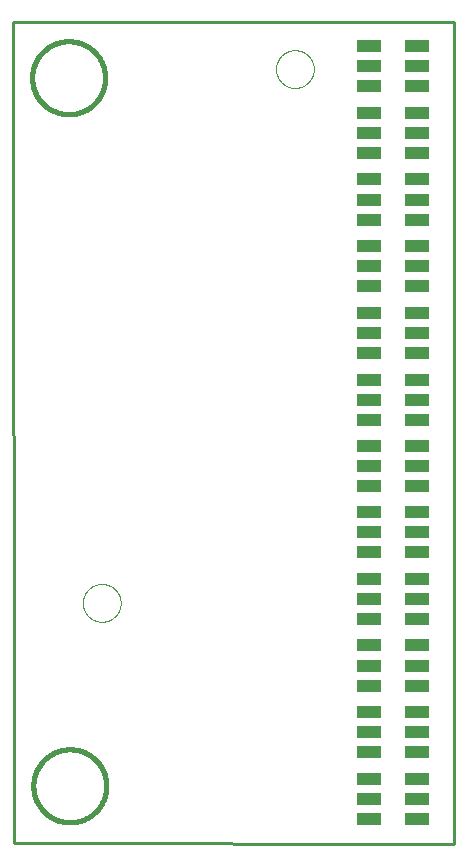
<source format=gbp>
G75*
%MOIN*%
%OFA0B0*%
%FSLAX25Y25*%
%IPPOS*%
%LPD*%
%AMOC8*
5,1,8,0,0,1.08239X$1,22.5*
%
%ADD10C,0.01000*%
%ADD11C,0.00000*%
%ADD12C,0.01600*%
%ADD13R,0.07874X0.04331*%
D10*
X0110444Y0004527D02*
X0257294Y0004330D01*
X0257098Y0278346D01*
X0110050Y0278346D01*
X0110444Y0004527D01*
D11*
X0133476Y0084645D02*
X0133478Y0084803D01*
X0133484Y0084961D01*
X0133494Y0085119D01*
X0133508Y0085277D01*
X0133526Y0085434D01*
X0133547Y0085591D01*
X0133573Y0085747D01*
X0133603Y0085903D01*
X0133636Y0086058D01*
X0133674Y0086211D01*
X0133715Y0086364D01*
X0133760Y0086516D01*
X0133809Y0086667D01*
X0133862Y0086816D01*
X0133918Y0086964D01*
X0133978Y0087110D01*
X0134042Y0087255D01*
X0134110Y0087398D01*
X0134181Y0087540D01*
X0134255Y0087680D01*
X0134333Y0087817D01*
X0134415Y0087953D01*
X0134499Y0088087D01*
X0134588Y0088218D01*
X0134679Y0088347D01*
X0134774Y0088474D01*
X0134871Y0088599D01*
X0134972Y0088721D01*
X0135076Y0088840D01*
X0135183Y0088957D01*
X0135293Y0089071D01*
X0135406Y0089182D01*
X0135521Y0089291D01*
X0135639Y0089396D01*
X0135760Y0089498D01*
X0135883Y0089598D01*
X0136009Y0089694D01*
X0136137Y0089787D01*
X0136267Y0089877D01*
X0136400Y0089963D01*
X0136535Y0090047D01*
X0136671Y0090126D01*
X0136810Y0090203D01*
X0136951Y0090275D01*
X0137093Y0090345D01*
X0137237Y0090410D01*
X0137383Y0090472D01*
X0137530Y0090530D01*
X0137679Y0090585D01*
X0137829Y0090636D01*
X0137980Y0090683D01*
X0138132Y0090726D01*
X0138285Y0090765D01*
X0138440Y0090801D01*
X0138595Y0090832D01*
X0138751Y0090860D01*
X0138907Y0090884D01*
X0139064Y0090904D01*
X0139222Y0090920D01*
X0139379Y0090932D01*
X0139538Y0090940D01*
X0139696Y0090944D01*
X0139854Y0090944D01*
X0140012Y0090940D01*
X0140171Y0090932D01*
X0140328Y0090920D01*
X0140486Y0090904D01*
X0140643Y0090884D01*
X0140799Y0090860D01*
X0140955Y0090832D01*
X0141110Y0090801D01*
X0141265Y0090765D01*
X0141418Y0090726D01*
X0141570Y0090683D01*
X0141721Y0090636D01*
X0141871Y0090585D01*
X0142020Y0090530D01*
X0142167Y0090472D01*
X0142313Y0090410D01*
X0142457Y0090345D01*
X0142599Y0090275D01*
X0142740Y0090203D01*
X0142879Y0090126D01*
X0143015Y0090047D01*
X0143150Y0089963D01*
X0143283Y0089877D01*
X0143413Y0089787D01*
X0143541Y0089694D01*
X0143667Y0089598D01*
X0143790Y0089498D01*
X0143911Y0089396D01*
X0144029Y0089291D01*
X0144144Y0089182D01*
X0144257Y0089071D01*
X0144367Y0088957D01*
X0144474Y0088840D01*
X0144578Y0088721D01*
X0144679Y0088599D01*
X0144776Y0088474D01*
X0144871Y0088347D01*
X0144962Y0088218D01*
X0145051Y0088087D01*
X0145135Y0087953D01*
X0145217Y0087817D01*
X0145295Y0087680D01*
X0145369Y0087540D01*
X0145440Y0087398D01*
X0145508Y0087255D01*
X0145572Y0087110D01*
X0145632Y0086964D01*
X0145688Y0086816D01*
X0145741Y0086667D01*
X0145790Y0086516D01*
X0145835Y0086364D01*
X0145876Y0086211D01*
X0145914Y0086058D01*
X0145947Y0085903D01*
X0145977Y0085747D01*
X0146003Y0085591D01*
X0146024Y0085434D01*
X0146042Y0085277D01*
X0146056Y0085119D01*
X0146066Y0084961D01*
X0146072Y0084803D01*
X0146074Y0084645D01*
X0146072Y0084487D01*
X0146066Y0084329D01*
X0146056Y0084171D01*
X0146042Y0084013D01*
X0146024Y0083856D01*
X0146003Y0083699D01*
X0145977Y0083543D01*
X0145947Y0083387D01*
X0145914Y0083232D01*
X0145876Y0083079D01*
X0145835Y0082926D01*
X0145790Y0082774D01*
X0145741Y0082623D01*
X0145688Y0082474D01*
X0145632Y0082326D01*
X0145572Y0082180D01*
X0145508Y0082035D01*
X0145440Y0081892D01*
X0145369Y0081750D01*
X0145295Y0081610D01*
X0145217Y0081473D01*
X0145135Y0081337D01*
X0145051Y0081203D01*
X0144962Y0081072D01*
X0144871Y0080943D01*
X0144776Y0080816D01*
X0144679Y0080691D01*
X0144578Y0080569D01*
X0144474Y0080450D01*
X0144367Y0080333D01*
X0144257Y0080219D01*
X0144144Y0080108D01*
X0144029Y0079999D01*
X0143911Y0079894D01*
X0143790Y0079792D01*
X0143667Y0079692D01*
X0143541Y0079596D01*
X0143413Y0079503D01*
X0143283Y0079413D01*
X0143150Y0079327D01*
X0143015Y0079243D01*
X0142879Y0079164D01*
X0142740Y0079087D01*
X0142599Y0079015D01*
X0142457Y0078945D01*
X0142313Y0078880D01*
X0142167Y0078818D01*
X0142020Y0078760D01*
X0141871Y0078705D01*
X0141721Y0078654D01*
X0141570Y0078607D01*
X0141418Y0078564D01*
X0141265Y0078525D01*
X0141110Y0078489D01*
X0140955Y0078458D01*
X0140799Y0078430D01*
X0140643Y0078406D01*
X0140486Y0078386D01*
X0140328Y0078370D01*
X0140171Y0078358D01*
X0140012Y0078350D01*
X0139854Y0078346D01*
X0139696Y0078346D01*
X0139538Y0078350D01*
X0139379Y0078358D01*
X0139222Y0078370D01*
X0139064Y0078386D01*
X0138907Y0078406D01*
X0138751Y0078430D01*
X0138595Y0078458D01*
X0138440Y0078489D01*
X0138285Y0078525D01*
X0138132Y0078564D01*
X0137980Y0078607D01*
X0137829Y0078654D01*
X0137679Y0078705D01*
X0137530Y0078760D01*
X0137383Y0078818D01*
X0137237Y0078880D01*
X0137093Y0078945D01*
X0136951Y0079015D01*
X0136810Y0079087D01*
X0136671Y0079164D01*
X0136535Y0079243D01*
X0136400Y0079327D01*
X0136267Y0079413D01*
X0136137Y0079503D01*
X0136009Y0079596D01*
X0135883Y0079692D01*
X0135760Y0079792D01*
X0135639Y0079894D01*
X0135521Y0079999D01*
X0135406Y0080108D01*
X0135293Y0080219D01*
X0135183Y0080333D01*
X0135076Y0080450D01*
X0134972Y0080569D01*
X0134871Y0080691D01*
X0134774Y0080816D01*
X0134679Y0080943D01*
X0134588Y0081072D01*
X0134499Y0081203D01*
X0134415Y0081337D01*
X0134333Y0081473D01*
X0134255Y0081610D01*
X0134181Y0081750D01*
X0134110Y0081892D01*
X0134042Y0082035D01*
X0133978Y0082180D01*
X0133918Y0082326D01*
X0133862Y0082474D01*
X0133809Y0082623D01*
X0133760Y0082774D01*
X0133715Y0082926D01*
X0133674Y0083079D01*
X0133636Y0083232D01*
X0133603Y0083387D01*
X0133573Y0083543D01*
X0133547Y0083699D01*
X0133526Y0083856D01*
X0133508Y0084013D01*
X0133494Y0084171D01*
X0133484Y0084329D01*
X0133478Y0084487D01*
X0133476Y0084645D01*
X0197846Y0262597D02*
X0197848Y0262755D01*
X0197854Y0262913D01*
X0197864Y0263071D01*
X0197878Y0263229D01*
X0197896Y0263386D01*
X0197917Y0263543D01*
X0197943Y0263699D01*
X0197973Y0263855D01*
X0198006Y0264010D01*
X0198044Y0264163D01*
X0198085Y0264316D01*
X0198130Y0264468D01*
X0198179Y0264619D01*
X0198232Y0264768D01*
X0198288Y0264916D01*
X0198348Y0265062D01*
X0198412Y0265207D01*
X0198480Y0265350D01*
X0198551Y0265492D01*
X0198625Y0265632D01*
X0198703Y0265769D01*
X0198785Y0265905D01*
X0198869Y0266039D01*
X0198958Y0266170D01*
X0199049Y0266299D01*
X0199144Y0266426D01*
X0199241Y0266551D01*
X0199342Y0266673D01*
X0199446Y0266792D01*
X0199553Y0266909D01*
X0199663Y0267023D01*
X0199776Y0267134D01*
X0199891Y0267243D01*
X0200009Y0267348D01*
X0200130Y0267450D01*
X0200253Y0267550D01*
X0200379Y0267646D01*
X0200507Y0267739D01*
X0200637Y0267829D01*
X0200770Y0267915D01*
X0200905Y0267999D01*
X0201041Y0268078D01*
X0201180Y0268155D01*
X0201321Y0268227D01*
X0201463Y0268297D01*
X0201607Y0268362D01*
X0201753Y0268424D01*
X0201900Y0268482D01*
X0202049Y0268537D01*
X0202199Y0268588D01*
X0202350Y0268635D01*
X0202502Y0268678D01*
X0202655Y0268717D01*
X0202810Y0268753D01*
X0202965Y0268784D01*
X0203121Y0268812D01*
X0203277Y0268836D01*
X0203434Y0268856D01*
X0203592Y0268872D01*
X0203749Y0268884D01*
X0203908Y0268892D01*
X0204066Y0268896D01*
X0204224Y0268896D01*
X0204382Y0268892D01*
X0204541Y0268884D01*
X0204698Y0268872D01*
X0204856Y0268856D01*
X0205013Y0268836D01*
X0205169Y0268812D01*
X0205325Y0268784D01*
X0205480Y0268753D01*
X0205635Y0268717D01*
X0205788Y0268678D01*
X0205940Y0268635D01*
X0206091Y0268588D01*
X0206241Y0268537D01*
X0206390Y0268482D01*
X0206537Y0268424D01*
X0206683Y0268362D01*
X0206827Y0268297D01*
X0206969Y0268227D01*
X0207110Y0268155D01*
X0207249Y0268078D01*
X0207385Y0267999D01*
X0207520Y0267915D01*
X0207653Y0267829D01*
X0207783Y0267739D01*
X0207911Y0267646D01*
X0208037Y0267550D01*
X0208160Y0267450D01*
X0208281Y0267348D01*
X0208399Y0267243D01*
X0208514Y0267134D01*
X0208627Y0267023D01*
X0208737Y0266909D01*
X0208844Y0266792D01*
X0208948Y0266673D01*
X0209049Y0266551D01*
X0209146Y0266426D01*
X0209241Y0266299D01*
X0209332Y0266170D01*
X0209421Y0266039D01*
X0209505Y0265905D01*
X0209587Y0265769D01*
X0209665Y0265632D01*
X0209739Y0265492D01*
X0209810Y0265350D01*
X0209878Y0265207D01*
X0209942Y0265062D01*
X0210002Y0264916D01*
X0210058Y0264768D01*
X0210111Y0264619D01*
X0210160Y0264468D01*
X0210205Y0264316D01*
X0210246Y0264163D01*
X0210284Y0264010D01*
X0210317Y0263855D01*
X0210347Y0263699D01*
X0210373Y0263543D01*
X0210394Y0263386D01*
X0210412Y0263229D01*
X0210426Y0263071D01*
X0210436Y0262913D01*
X0210442Y0262755D01*
X0210444Y0262597D01*
X0210442Y0262439D01*
X0210436Y0262281D01*
X0210426Y0262123D01*
X0210412Y0261965D01*
X0210394Y0261808D01*
X0210373Y0261651D01*
X0210347Y0261495D01*
X0210317Y0261339D01*
X0210284Y0261184D01*
X0210246Y0261031D01*
X0210205Y0260878D01*
X0210160Y0260726D01*
X0210111Y0260575D01*
X0210058Y0260426D01*
X0210002Y0260278D01*
X0209942Y0260132D01*
X0209878Y0259987D01*
X0209810Y0259844D01*
X0209739Y0259702D01*
X0209665Y0259562D01*
X0209587Y0259425D01*
X0209505Y0259289D01*
X0209421Y0259155D01*
X0209332Y0259024D01*
X0209241Y0258895D01*
X0209146Y0258768D01*
X0209049Y0258643D01*
X0208948Y0258521D01*
X0208844Y0258402D01*
X0208737Y0258285D01*
X0208627Y0258171D01*
X0208514Y0258060D01*
X0208399Y0257951D01*
X0208281Y0257846D01*
X0208160Y0257744D01*
X0208037Y0257644D01*
X0207911Y0257548D01*
X0207783Y0257455D01*
X0207653Y0257365D01*
X0207520Y0257279D01*
X0207385Y0257195D01*
X0207249Y0257116D01*
X0207110Y0257039D01*
X0206969Y0256967D01*
X0206827Y0256897D01*
X0206683Y0256832D01*
X0206537Y0256770D01*
X0206390Y0256712D01*
X0206241Y0256657D01*
X0206091Y0256606D01*
X0205940Y0256559D01*
X0205788Y0256516D01*
X0205635Y0256477D01*
X0205480Y0256441D01*
X0205325Y0256410D01*
X0205169Y0256382D01*
X0205013Y0256358D01*
X0204856Y0256338D01*
X0204698Y0256322D01*
X0204541Y0256310D01*
X0204382Y0256302D01*
X0204224Y0256298D01*
X0204066Y0256298D01*
X0203908Y0256302D01*
X0203749Y0256310D01*
X0203592Y0256322D01*
X0203434Y0256338D01*
X0203277Y0256358D01*
X0203121Y0256382D01*
X0202965Y0256410D01*
X0202810Y0256441D01*
X0202655Y0256477D01*
X0202502Y0256516D01*
X0202350Y0256559D01*
X0202199Y0256606D01*
X0202049Y0256657D01*
X0201900Y0256712D01*
X0201753Y0256770D01*
X0201607Y0256832D01*
X0201463Y0256897D01*
X0201321Y0256967D01*
X0201180Y0257039D01*
X0201041Y0257116D01*
X0200905Y0257195D01*
X0200770Y0257279D01*
X0200637Y0257365D01*
X0200507Y0257455D01*
X0200379Y0257548D01*
X0200253Y0257644D01*
X0200130Y0257744D01*
X0200009Y0257846D01*
X0199891Y0257951D01*
X0199776Y0258060D01*
X0199663Y0258171D01*
X0199553Y0258285D01*
X0199446Y0258402D01*
X0199342Y0258521D01*
X0199241Y0258643D01*
X0199144Y0258768D01*
X0199049Y0258895D01*
X0198958Y0259024D01*
X0198869Y0259155D01*
X0198785Y0259289D01*
X0198703Y0259425D01*
X0198625Y0259562D01*
X0198551Y0259702D01*
X0198480Y0259844D01*
X0198412Y0259987D01*
X0198348Y0260132D01*
X0198288Y0260278D01*
X0198232Y0260426D01*
X0198179Y0260575D01*
X0198130Y0260726D01*
X0198085Y0260878D01*
X0198044Y0261031D01*
X0198006Y0261184D01*
X0197973Y0261339D01*
X0197943Y0261495D01*
X0197917Y0261651D01*
X0197896Y0261808D01*
X0197878Y0261965D01*
X0197864Y0262123D01*
X0197854Y0262281D01*
X0197848Y0262439D01*
X0197846Y0262597D01*
D12*
X0116567Y0259696D02*
X0116571Y0259995D01*
X0116582Y0260293D01*
X0116600Y0260591D01*
X0116626Y0260889D01*
X0116659Y0261185D01*
X0116699Y0261481D01*
X0116746Y0261776D01*
X0116801Y0262070D01*
X0116863Y0262362D01*
X0116932Y0262653D01*
X0117008Y0262941D01*
X0117091Y0263228D01*
X0117181Y0263513D01*
X0117278Y0263795D01*
X0117382Y0264075D01*
X0117493Y0264352D01*
X0117611Y0264627D01*
X0117735Y0264898D01*
X0117866Y0265167D01*
X0118004Y0265432D01*
X0118148Y0265694D01*
X0118298Y0265952D01*
X0118455Y0266206D01*
X0118618Y0266456D01*
X0118787Y0266702D01*
X0118962Y0266944D01*
X0119142Y0267182D01*
X0119329Y0267415D01*
X0119521Y0267644D01*
X0119719Y0267868D01*
X0119922Y0268086D01*
X0120131Y0268300D01*
X0120345Y0268509D01*
X0120563Y0268712D01*
X0120787Y0268910D01*
X0121016Y0269102D01*
X0121249Y0269289D01*
X0121487Y0269469D01*
X0121729Y0269644D01*
X0121975Y0269813D01*
X0122225Y0269976D01*
X0122479Y0270133D01*
X0122737Y0270283D01*
X0122999Y0270427D01*
X0123264Y0270565D01*
X0123533Y0270696D01*
X0123804Y0270820D01*
X0124079Y0270938D01*
X0124356Y0271049D01*
X0124636Y0271153D01*
X0124918Y0271250D01*
X0125203Y0271340D01*
X0125490Y0271423D01*
X0125778Y0271499D01*
X0126069Y0271568D01*
X0126361Y0271630D01*
X0126655Y0271685D01*
X0126950Y0271732D01*
X0127246Y0271772D01*
X0127542Y0271805D01*
X0127840Y0271831D01*
X0128138Y0271849D01*
X0128436Y0271860D01*
X0128735Y0271864D01*
X0129034Y0271860D01*
X0129332Y0271849D01*
X0129630Y0271831D01*
X0129928Y0271805D01*
X0130224Y0271772D01*
X0130520Y0271732D01*
X0130815Y0271685D01*
X0131109Y0271630D01*
X0131401Y0271568D01*
X0131692Y0271499D01*
X0131980Y0271423D01*
X0132267Y0271340D01*
X0132552Y0271250D01*
X0132834Y0271153D01*
X0133114Y0271049D01*
X0133391Y0270938D01*
X0133666Y0270820D01*
X0133937Y0270696D01*
X0134206Y0270565D01*
X0134471Y0270427D01*
X0134733Y0270283D01*
X0134991Y0270133D01*
X0135245Y0269976D01*
X0135495Y0269813D01*
X0135741Y0269644D01*
X0135983Y0269469D01*
X0136221Y0269289D01*
X0136454Y0269102D01*
X0136683Y0268910D01*
X0136907Y0268712D01*
X0137125Y0268509D01*
X0137339Y0268300D01*
X0137548Y0268086D01*
X0137751Y0267868D01*
X0137949Y0267644D01*
X0138141Y0267415D01*
X0138328Y0267182D01*
X0138508Y0266944D01*
X0138683Y0266702D01*
X0138852Y0266456D01*
X0139015Y0266206D01*
X0139172Y0265952D01*
X0139322Y0265694D01*
X0139466Y0265432D01*
X0139604Y0265167D01*
X0139735Y0264898D01*
X0139859Y0264627D01*
X0139977Y0264352D01*
X0140088Y0264075D01*
X0140192Y0263795D01*
X0140289Y0263513D01*
X0140379Y0263228D01*
X0140462Y0262941D01*
X0140538Y0262653D01*
X0140607Y0262362D01*
X0140669Y0262070D01*
X0140724Y0261776D01*
X0140771Y0261481D01*
X0140811Y0261185D01*
X0140844Y0260889D01*
X0140870Y0260591D01*
X0140888Y0260293D01*
X0140899Y0259995D01*
X0140903Y0259696D01*
X0140899Y0259397D01*
X0140888Y0259099D01*
X0140870Y0258801D01*
X0140844Y0258503D01*
X0140811Y0258207D01*
X0140771Y0257911D01*
X0140724Y0257616D01*
X0140669Y0257322D01*
X0140607Y0257030D01*
X0140538Y0256739D01*
X0140462Y0256451D01*
X0140379Y0256164D01*
X0140289Y0255879D01*
X0140192Y0255597D01*
X0140088Y0255317D01*
X0139977Y0255040D01*
X0139859Y0254765D01*
X0139735Y0254494D01*
X0139604Y0254225D01*
X0139466Y0253960D01*
X0139322Y0253698D01*
X0139172Y0253440D01*
X0139015Y0253186D01*
X0138852Y0252936D01*
X0138683Y0252690D01*
X0138508Y0252448D01*
X0138328Y0252210D01*
X0138141Y0251977D01*
X0137949Y0251748D01*
X0137751Y0251524D01*
X0137548Y0251306D01*
X0137339Y0251092D01*
X0137125Y0250883D01*
X0136907Y0250680D01*
X0136683Y0250482D01*
X0136454Y0250290D01*
X0136221Y0250103D01*
X0135983Y0249923D01*
X0135741Y0249748D01*
X0135495Y0249579D01*
X0135245Y0249416D01*
X0134991Y0249259D01*
X0134733Y0249109D01*
X0134471Y0248965D01*
X0134206Y0248827D01*
X0133937Y0248696D01*
X0133666Y0248572D01*
X0133391Y0248454D01*
X0133114Y0248343D01*
X0132834Y0248239D01*
X0132552Y0248142D01*
X0132267Y0248052D01*
X0131980Y0247969D01*
X0131692Y0247893D01*
X0131401Y0247824D01*
X0131109Y0247762D01*
X0130815Y0247707D01*
X0130520Y0247660D01*
X0130224Y0247620D01*
X0129928Y0247587D01*
X0129630Y0247561D01*
X0129332Y0247543D01*
X0129034Y0247532D01*
X0128735Y0247528D01*
X0128436Y0247532D01*
X0128138Y0247543D01*
X0127840Y0247561D01*
X0127542Y0247587D01*
X0127246Y0247620D01*
X0126950Y0247660D01*
X0126655Y0247707D01*
X0126361Y0247762D01*
X0126069Y0247824D01*
X0125778Y0247893D01*
X0125490Y0247969D01*
X0125203Y0248052D01*
X0124918Y0248142D01*
X0124636Y0248239D01*
X0124356Y0248343D01*
X0124079Y0248454D01*
X0123804Y0248572D01*
X0123533Y0248696D01*
X0123264Y0248827D01*
X0122999Y0248965D01*
X0122737Y0249109D01*
X0122479Y0249259D01*
X0122225Y0249416D01*
X0121975Y0249579D01*
X0121729Y0249748D01*
X0121487Y0249923D01*
X0121249Y0250103D01*
X0121016Y0250290D01*
X0120787Y0250482D01*
X0120563Y0250680D01*
X0120345Y0250883D01*
X0120131Y0251092D01*
X0119922Y0251306D01*
X0119719Y0251524D01*
X0119521Y0251748D01*
X0119329Y0251977D01*
X0119142Y0252210D01*
X0118962Y0252448D01*
X0118787Y0252690D01*
X0118618Y0252936D01*
X0118455Y0253186D01*
X0118298Y0253440D01*
X0118148Y0253698D01*
X0118004Y0253960D01*
X0117866Y0254225D01*
X0117735Y0254494D01*
X0117611Y0254765D01*
X0117493Y0255040D01*
X0117382Y0255317D01*
X0117278Y0255597D01*
X0117181Y0255879D01*
X0117091Y0256164D01*
X0117008Y0256451D01*
X0116932Y0256739D01*
X0116863Y0257030D01*
X0116801Y0257322D01*
X0116746Y0257616D01*
X0116699Y0257911D01*
X0116659Y0258207D01*
X0116626Y0258503D01*
X0116600Y0258801D01*
X0116582Y0259099D01*
X0116571Y0259397D01*
X0116567Y0259696D01*
X0116961Y0023672D02*
X0116965Y0023971D01*
X0116976Y0024269D01*
X0116994Y0024567D01*
X0117020Y0024865D01*
X0117053Y0025161D01*
X0117093Y0025457D01*
X0117140Y0025752D01*
X0117195Y0026046D01*
X0117257Y0026338D01*
X0117326Y0026629D01*
X0117402Y0026917D01*
X0117485Y0027204D01*
X0117575Y0027489D01*
X0117672Y0027771D01*
X0117776Y0028051D01*
X0117887Y0028328D01*
X0118005Y0028603D01*
X0118129Y0028874D01*
X0118260Y0029143D01*
X0118398Y0029408D01*
X0118542Y0029670D01*
X0118692Y0029928D01*
X0118849Y0030182D01*
X0119012Y0030432D01*
X0119181Y0030678D01*
X0119356Y0030920D01*
X0119536Y0031158D01*
X0119723Y0031391D01*
X0119915Y0031620D01*
X0120113Y0031844D01*
X0120316Y0032062D01*
X0120525Y0032276D01*
X0120739Y0032485D01*
X0120957Y0032688D01*
X0121181Y0032886D01*
X0121410Y0033078D01*
X0121643Y0033265D01*
X0121881Y0033445D01*
X0122123Y0033620D01*
X0122369Y0033789D01*
X0122619Y0033952D01*
X0122873Y0034109D01*
X0123131Y0034259D01*
X0123393Y0034403D01*
X0123658Y0034541D01*
X0123927Y0034672D01*
X0124198Y0034796D01*
X0124473Y0034914D01*
X0124750Y0035025D01*
X0125030Y0035129D01*
X0125312Y0035226D01*
X0125597Y0035316D01*
X0125884Y0035399D01*
X0126172Y0035475D01*
X0126463Y0035544D01*
X0126755Y0035606D01*
X0127049Y0035661D01*
X0127344Y0035708D01*
X0127640Y0035748D01*
X0127936Y0035781D01*
X0128234Y0035807D01*
X0128532Y0035825D01*
X0128830Y0035836D01*
X0129129Y0035840D01*
X0129428Y0035836D01*
X0129726Y0035825D01*
X0130024Y0035807D01*
X0130322Y0035781D01*
X0130618Y0035748D01*
X0130914Y0035708D01*
X0131209Y0035661D01*
X0131503Y0035606D01*
X0131795Y0035544D01*
X0132086Y0035475D01*
X0132374Y0035399D01*
X0132661Y0035316D01*
X0132946Y0035226D01*
X0133228Y0035129D01*
X0133508Y0035025D01*
X0133785Y0034914D01*
X0134060Y0034796D01*
X0134331Y0034672D01*
X0134600Y0034541D01*
X0134865Y0034403D01*
X0135127Y0034259D01*
X0135385Y0034109D01*
X0135639Y0033952D01*
X0135889Y0033789D01*
X0136135Y0033620D01*
X0136377Y0033445D01*
X0136615Y0033265D01*
X0136848Y0033078D01*
X0137077Y0032886D01*
X0137301Y0032688D01*
X0137519Y0032485D01*
X0137733Y0032276D01*
X0137942Y0032062D01*
X0138145Y0031844D01*
X0138343Y0031620D01*
X0138535Y0031391D01*
X0138722Y0031158D01*
X0138902Y0030920D01*
X0139077Y0030678D01*
X0139246Y0030432D01*
X0139409Y0030182D01*
X0139566Y0029928D01*
X0139716Y0029670D01*
X0139860Y0029408D01*
X0139998Y0029143D01*
X0140129Y0028874D01*
X0140253Y0028603D01*
X0140371Y0028328D01*
X0140482Y0028051D01*
X0140586Y0027771D01*
X0140683Y0027489D01*
X0140773Y0027204D01*
X0140856Y0026917D01*
X0140932Y0026629D01*
X0141001Y0026338D01*
X0141063Y0026046D01*
X0141118Y0025752D01*
X0141165Y0025457D01*
X0141205Y0025161D01*
X0141238Y0024865D01*
X0141264Y0024567D01*
X0141282Y0024269D01*
X0141293Y0023971D01*
X0141297Y0023672D01*
X0141293Y0023373D01*
X0141282Y0023075D01*
X0141264Y0022777D01*
X0141238Y0022479D01*
X0141205Y0022183D01*
X0141165Y0021887D01*
X0141118Y0021592D01*
X0141063Y0021298D01*
X0141001Y0021006D01*
X0140932Y0020715D01*
X0140856Y0020427D01*
X0140773Y0020140D01*
X0140683Y0019855D01*
X0140586Y0019573D01*
X0140482Y0019293D01*
X0140371Y0019016D01*
X0140253Y0018741D01*
X0140129Y0018470D01*
X0139998Y0018201D01*
X0139860Y0017936D01*
X0139716Y0017674D01*
X0139566Y0017416D01*
X0139409Y0017162D01*
X0139246Y0016912D01*
X0139077Y0016666D01*
X0138902Y0016424D01*
X0138722Y0016186D01*
X0138535Y0015953D01*
X0138343Y0015724D01*
X0138145Y0015500D01*
X0137942Y0015282D01*
X0137733Y0015068D01*
X0137519Y0014859D01*
X0137301Y0014656D01*
X0137077Y0014458D01*
X0136848Y0014266D01*
X0136615Y0014079D01*
X0136377Y0013899D01*
X0136135Y0013724D01*
X0135889Y0013555D01*
X0135639Y0013392D01*
X0135385Y0013235D01*
X0135127Y0013085D01*
X0134865Y0012941D01*
X0134600Y0012803D01*
X0134331Y0012672D01*
X0134060Y0012548D01*
X0133785Y0012430D01*
X0133508Y0012319D01*
X0133228Y0012215D01*
X0132946Y0012118D01*
X0132661Y0012028D01*
X0132374Y0011945D01*
X0132086Y0011869D01*
X0131795Y0011800D01*
X0131503Y0011738D01*
X0131209Y0011683D01*
X0130914Y0011636D01*
X0130618Y0011596D01*
X0130322Y0011563D01*
X0130024Y0011537D01*
X0129726Y0011519D01*
X0129428Y0011508D01*
X0129129Y0011504D01*
X0128830Y0011508D01*
X0128532Y0011519D01*
X0128234Y0011537D01*
X0127936Y0011563D01*
X0127640Y0011596D01*
X0127344Y0011636D01*
X0127049Y0011683D01*
X0126755Y0011738D01*
X0126463Y0011800D01*
X0126172Y0011869D01*
X0125884Y0011945D01*
X0125597Y0012028D01*
X0125312Y0012118D01*
X0125030Y0012215D01*
X0124750Y0012319D01*
X0124473Y0012430D01*
X0124198Y0012548D01*
X0123927Y0012672D01*
X0123658Y0012803D01*
X0123393Y0012941D01*
X0123131Y0013085D01*
X0122873Y0013235D01*
X0122619Y0013392D01*
X0122369Y0013555D01*
X0122123Y0013724D01*
X0121881Y0013899D01*
X0121643Y0014079D01*
X0121410Y0014266D01*
X0121181Y0014458D01*
X0120957Y0014656D01*
X0120739Y0014859D01*
X0120525Y0015068D01*
X0120316Y0015282D01*
X0120113Y0015500D01*
X0119915Y0015724D01*
X0119723Y0015953D01*
X0119536Y0016186D01*
X0119356Y0016424D01*
X0119181Y0016666D01*
X0119012Y0016912D01*
X0118849Y0017162D01*
X0118692Y0017416D01*
X0118542Y0017674D01*
X0118398Y0017936D01*
X0118260Y0018201D01*
X0118129Y0018470D01*
X0118005Y0018741D01*
X0117887Y0019016D01*
X0117776Y0019293D01*
X0117672Y0019573D01*
X0117575Y0019855D01*
X0117485Y0020140D01*
X0117402Y0020427D01*
X0117326Y0020715D01*
X0117257Y0021006D01*
X0117195Y0021298D01*
X0117140Y0021592D01*
X0117093Y0021887D01*
X0117053Y0022183D01*
X0117020Y0022479D01*
X0116994Y0022777D01*
X0116976Y0023075D01*
X0116965Y0023373D01*
X0116961Y0023672D01*
D13*
X0228948Y0025983D03*
X0228948Y0019290D03*
X0228948Y0012597D03*
X0244696Y0012597D03*
X0244696Y0019290D03*
X0244696Y0025983D03*
X0244696Y0034842D03*
X0244696Y0041534D03*
X0244696Y0048227D03*
X0244696Y0057086D03*
X0244696Y0063779D03*
X0244696Y0070472D03*
X0244696Y0079330D03*
X0244696Y0086023D03*
X0244696Y0092716D03*
X0244696Y0101574D03*
X0244696Y0108267D03*
X0244696Y0114960D03*
X0244696Y0123621D03*
X0244696Y0130314D03*
X0244696Y0137007D03*
X0244696Y0145668D03*
X0244696Y0152361D03*
X0244696Y0159054D03*
X0244696Y0167912D03*
X0244696Y0174605D03*
X0244696Y0181298D03*
X0244696Y0190157D03*
X0244696Y0196849D03*
X0244696Y0203542D03*
X0244696Y0212401D03*
X0244696Y0219094D03*
X0244696Y0225786D03*
X0244696Y0234645D03*
X0244696Y0241338D03*
X0244696Y0248031D03*
X0244696Y0256889D03*
X0244696Y0263582D03*
X0244696Y0270275D03*
X0228948Y0270275D03*
X0228948Y0263582D03*
X0228948Y0256889D03*
X0228948Y0248031D03*
X0228948Y0241338D03*
X0228948Y0234645D03*
X0228948Y0225786D03*
X0228948Y0219094D03*
X0228948Y0212401D03*
X0228948Y0203542D03*
X0228948Y0196849D03*
X0228948Y0190157D03*
X0228948Y0181298D03*
X0228948Y0174605D03*
X0228948Y0167912D03*
X0228948Y0159054D03*
X0228948Y0152361D03*
X0228948Y0145668D03*
X0228948Y0137007D03*
X0228948Y0130314D03*
X0228948Y0123621D03*
X0228948Y0114960D03*
X0228948Y0108267D03*
X0228948Y0101574D03*
X0228948Y0092716D03*
X0228948Y0086023D03*
X0228948Y0079330D03*
X0228948Y0070472D03*
X0228948Y0063779D03*
X0228948Y0057086D03*
X0228948Y0048227D03*
X0228948Y0041534D03*
X0228948Y0034842D03*
M02*

</source>
